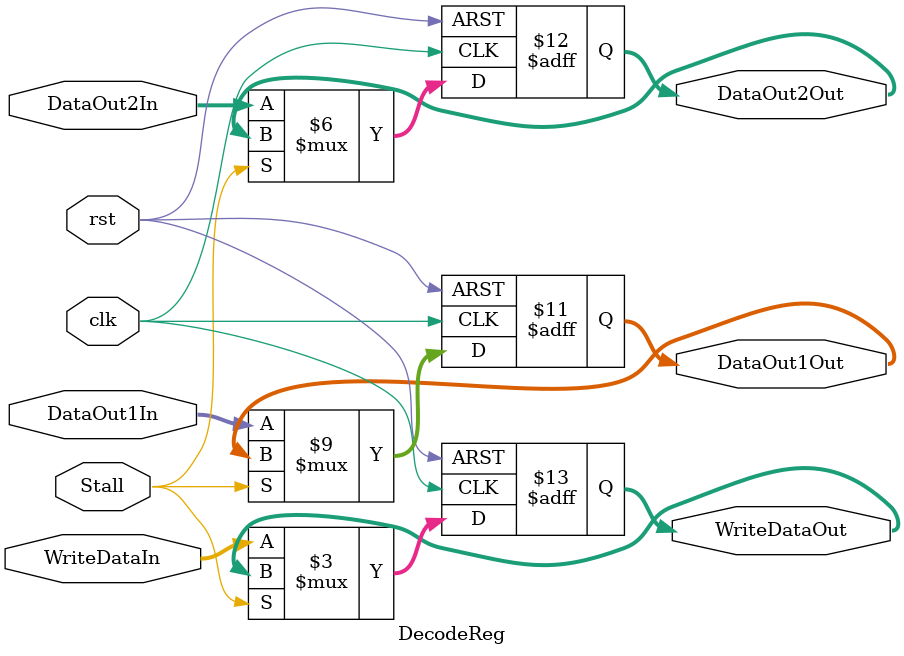
<source format=v>
module DecodeReg(clk, rst, Stall, DataOut1In, DataOut2In, WriteDataIn,
				 DataOut1Out, DataOut2Out, WriteDataOut);
	input clk, rst, Stall;
	input [15:0] DataOut1In, DataOut2In, WriteDataIn;
	output reg [15:0] DataOut1Out, DataOut2Out, WriteDataOut;

	always @(posedge clk or posedge rst) begin
		if (rst) begin
			DataOut1Out <= 16'd0;
			DataOut2Out <= 16'd0;
			WriteDataOut <= 16'd0;
		end
		else if (Stall) begin
			DataOut1Out <= DataOut1Out;
			DataOut2Out <= DataOut2Out;
			WriteDataOut <= WriteDataOut;
		end
		else begin
			DataOut1Out <= DataOut1In;
			DataOut2Out <= DataOut2In;
			WriteDataOut <= WriteDataIn;
		end
	end
endmodule


</source>
